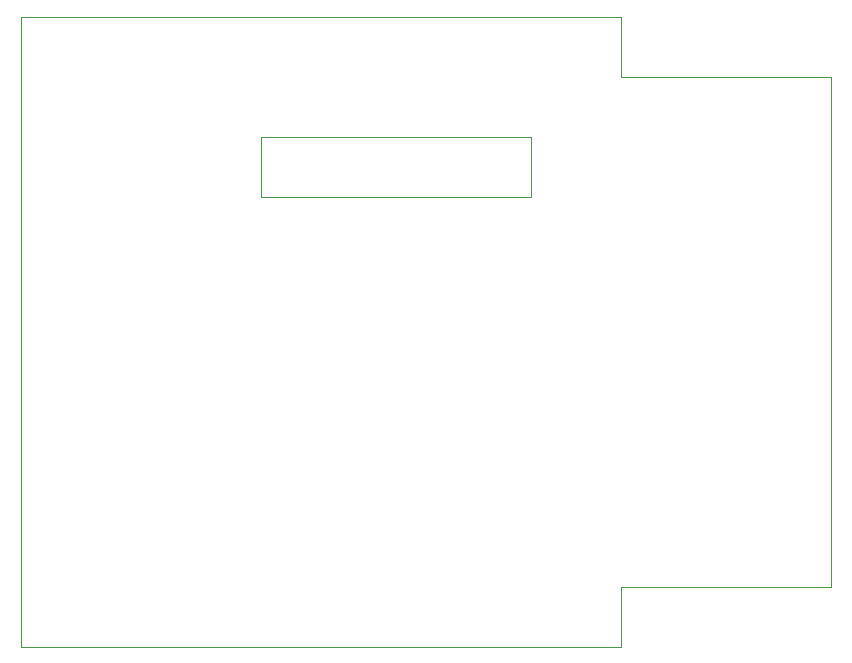
<source format=gbr>
G04 #@! TF.GenerationSoftware,KiCad,Pcbnew,(5.1.5-0-10_14)*
G04 #@! TF.CreationDate,2020-06-21T14:14:04+10:00*
G04 #@! TF.ProjectId,Arduino_NW_I2C,41726475-696e-46f5-9f4e-575f4932432e,rev?*
G04 #@! TF.SameCoordinates,Original*
G04 #@! TF.FileFunction,Profile,NP*
%FSLAX46Y46*%
G04 Gerber Fmt 4.6, Leading zero omitted, Abs format (unit mm)*
G04 Created by KiCad (PCBNEW (5.1.5-0-10_14)) date 2020-06-21 14:14:04*
%MOMM*%
%LPD*%
G04 APERTURE LIST*
%ADD10C,0.100000*%
G04 APERTURE END LIST*
D10*
X149209760Y-111506000D02*
X149209760Y-116586000D01*
X149209760Y-63246000D02*
X149209760Y-68326000D01*
X166989760Y-111506000D02*
X149209760Y-111506000D01*
X166989760Y-68326000D02*
X166989760Y-111506000D01*
X149209760Y-68326000D02*
X166989760Y-68326000D01*
X141589760Y-78486000D02*
X141589760Y-73406000D01*
X118729760Y-78486000D02*
X141589760Y-78486000D01*
X118729760Y-73406000D02*
X118729760Y-78486000D01*
X141589760Y-73406000D02*
X118729760Y-73406000D01*
X98409760Y-116586000D02*
X98409760Y-63246000D01*
X149209760Y-116586000D02*
X98409760Y-116586000D01*
X98409760Y-63246000D02*
X149209760Y-63246000D01*
M02*

</source>
